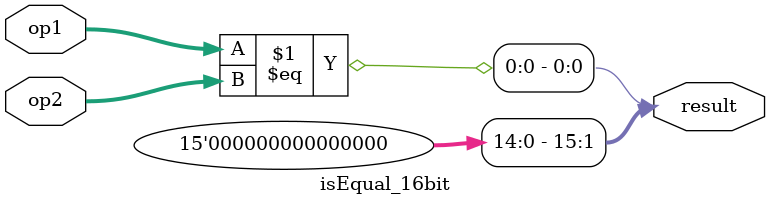
<source format=v>
module isEqual_16bit(
    op1,
    op2,
    result 
);

input[15:0] op1, op2;
output[15:0] result;

assign result[0] = op1 == op2;
assign result[15:1] = {15{1'b0}};
endmodule // 
</source>
